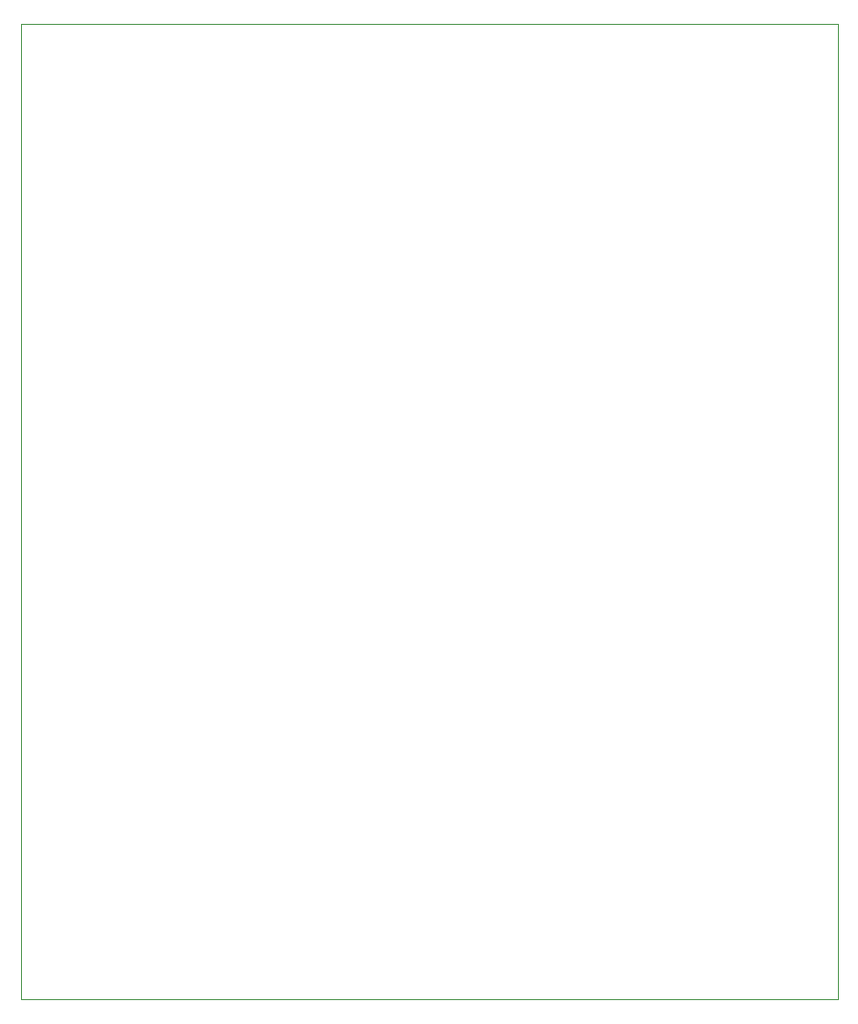
<source format=gbr>
%TF.GenerationSoftware,KiCad,Pcbnew,8.0.1*%
%TF.CreationDate,2024-10-19T15:05:20+09:00*%
%TF.ProjectId,kadai1,6b616461-6931-42e6-9b69-6361645f7063,rev?*%
%TF.SameCoordinates,PX4509570PY8198450*%
%TF.FileFunction,Profile,NP*%
%FSLAX46Y46*%
G04 Gerber Fmt 4.6, Leading zero omitted, Abs format (unit mm)*
G04 Created by KiCad (PCBNEW 8.0.1) date 2024-10-19 15:05:20*
%MOMM*%
%LPD*%
G01*
G04 APERTURE LIST*
%TA.AperFunction,Profile*%
%ADD10C,0.050000*%
%TD*%
G04 APERTURE END LIST*
D10*
X0Y86360000D02*
X72390000Y86360000D01*
X72390000Y0D01*
X0Y0D01*
X0Y86360000D01*
M02*

</source>
